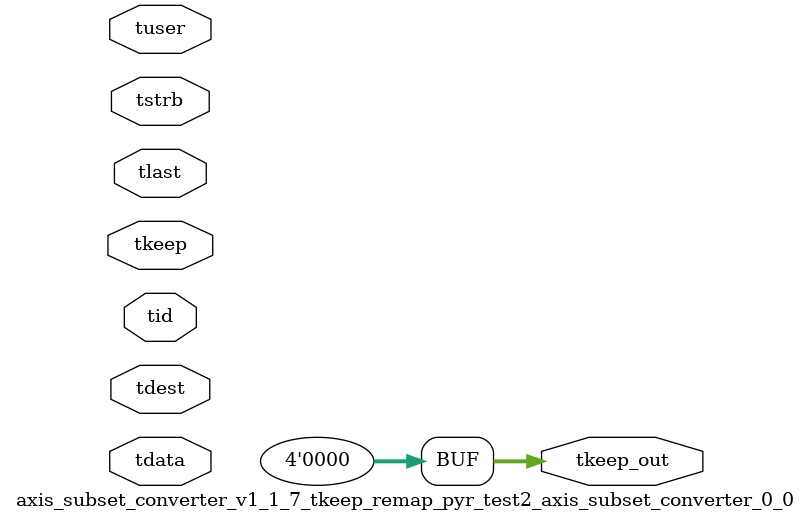
<source format=v>


`timescale 1ps/1ps

module axis_subset_converter_v1_1_7_tkeep_remap_pyr_test2_axis_subset_converter_0_0 #
(
parameter C_S_AXIS_TDATA_WIDTH = 32,
parameter C_S_AXIS_TUSER_WIDTH = 0,
parameter C_S_AXIS_TID_WIDTH   = 0,
parameter C_S_AXIS_TDEST_WIDTH = 0,
parameter C_M_AXIS_TDATA_WIDTH = 32
)
(
input  [(C_S_AXIS_TDATA_WIDTH == 0 ? 1 : C_S_AXIS_TDATA_WIDTH)-1:0     ] tdata,
input  [(C_S_AXIS_TUSER_WIDTH == 0 ? 1 : C_S_AXIS_TUSER_WIDTH)-1:0     ] tuser,
input  [(C_S_AXIS_TID_WIDTH   == 0 ? 1 : C_S_AXIS_TID_WIDTH)-1:0       ] tid,
input  [(C_S_AXIS_TDEST_WIDTH == 0 ? 1 : C_S_AXIS_TDEST_WIDTH)-1:0     ] tdest,
input  [(C_S_AXIS_TDATA_WIDTH/8)-1:0 ] tkeep,
input  [(C_S_AXIS_TDATA_WIDTH/8)-1:0 ] tstrb,
input                                                                    tlast,
output [(C_M_AXIS_TDATA_WIDTH/8)-1:0 ] tkeep_out
);

assign tkeep_out = {1'b0};

endmodule


</source>
